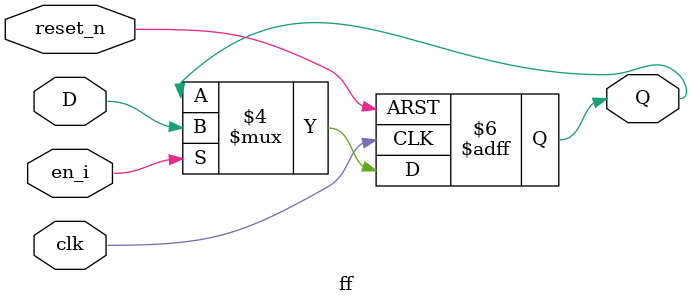
<source format=sv>

module ff #(parameter BIT_RESET = 1) (
	input clk,    // Clock
	input reset_n,  // Asynchronous reset active low
	input D,
	input en_i,
	output logic Q
);
	always_ff @(posedge clk or negedge reset_n) begin : proc_
		if(~reset_n) begin
			Q <= BIT_RESET;
		end else if(en_i) begin
			Q <= D;
		end else Q <= Q;
	end

endmodule : ff
</source>
